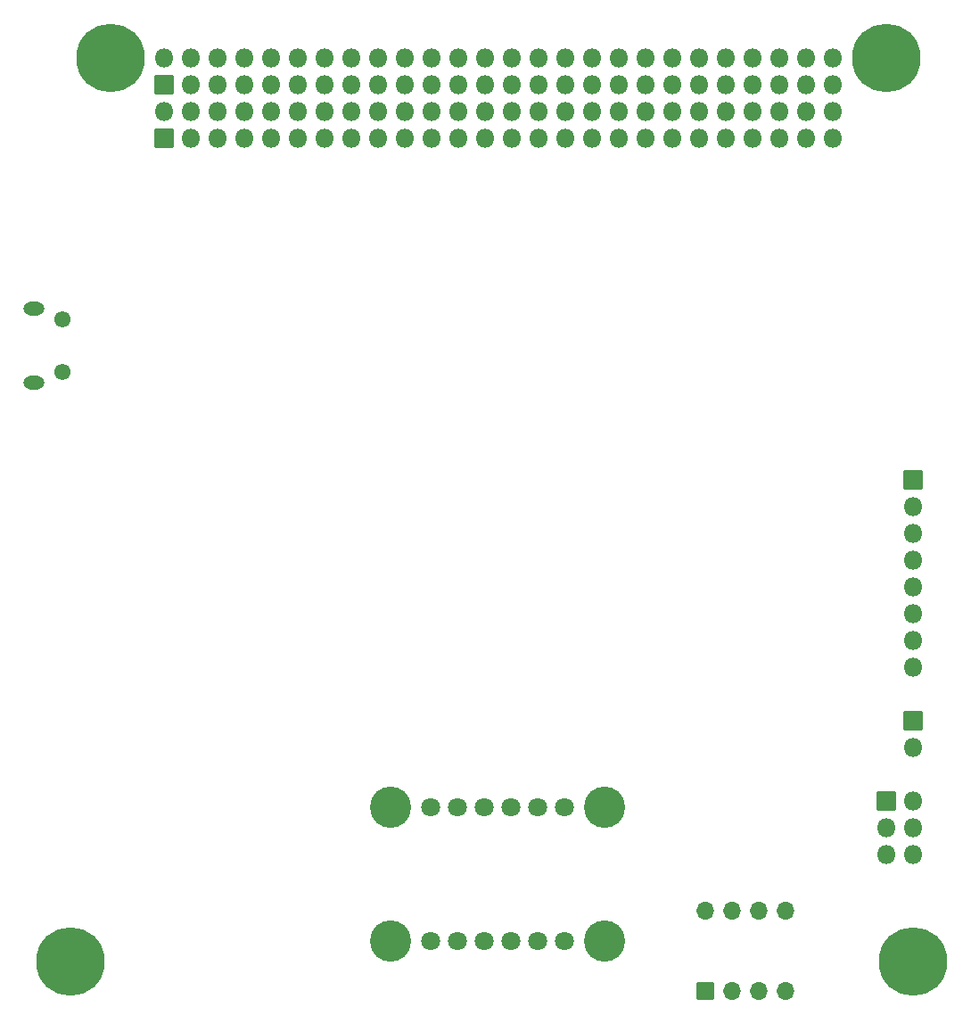
<source format=gbs>
%TF.GenerationSoftware,KiCad,Pcbnew,8.0.1*%
%TF.CreationDate,2024-05-29T09:56:21-04:00*%
%TF.ProjectId,Avionics_Board,4176696f-6e69-4637-935f-426f6172642e,rev?*%
%TF.SameCoordinates,PX40311b0PY93281e8*%
%TF.FileFunction,Soldermask,Bot*%
%TF.FilePolarity,Negative*%
%FSLAX46Y46*%
G04 Gerber Fmt 4.6, Leading zero omitted, Abs format (unit mm)*
G04 Created by KiCad (PCBNEW 8.0.1) date 2024-05-29 09:56:21*
%MOMM*%
%LPD*%
G01*
G04 APERTURE LIST*
G04 Aperture macros list*
%AMRoundRect*
0 Rectangle with rounded corners*
0 $1 Rounding radius*
0 $2 $3 $4 $5 $6 $7 $8 $9 X,Y pos of 4 corners*
0 Add a 4 corners polygon primitive as box body*
4,1,4,$2,$3,$4,$5,$6,$7,$8,$9,$2,$3,0*
0 Add four circle primitives for the rounded corners*
1,1,$1+$1,$2,$3*
1,1,$1+$1,$4,$5*
1,1,$1+$1,$6,$7*
1,1,$1+$1,$8,$9*
0 Add four rect primitives between the rounded corners*
20,1,$1+$1,$2,$3,$4,$5,0*
20,1,$1+$1,$4,$5,$6,$7,0*
20,1,$1+$1,$6,$7,$8,$9,0*
20,1,$1+$1,$8,$9,$2,$3,0*%
G04 Aperture macros list end*
%ADD10C,6.501600*%
%ADD11RoundRect,0.050800X0.850000X-0.850000X0.850000X0.850000X-0.850000X0.850000X-0.850000X-0.850000X0*%
%ADD12O,1.801600X1.801600*%
%ADD13RoundRect,0.050800X-0.850000X-0.850000X0.850000X-0.850000X0.850000X0.850000X-0.850000X0.850000X0*%
%ADD14O,2.001600X1.301600*%
%ADD15C,1.551600*%
%ADD16RoundRect,0.050800X0.800000X-0.800000X0.800000X0.800000X-0.800000X0.800000X-0.800000X-0.800000X0*%
%ADD17O,1.701600X1.701600*%
%ADD18C,1.801600*%
%ADD19C,3.911600*%
G04 APERTURE END LIST*
D10*
%TO.C,H5*%
X80010000Y-5000D03*
%TD*%
D11*
%TO.C,H1*%
X8890000Y78105000D03*
D12*
X8890000Y80645000D03*
X11430000Y78105000D03*
X11430000Y80655000D03*
X13970000Y78105000D03*
X13970000Y80655000D03*
X16510000Y78105000D03*
X16510000Y80655000D03*
X19050000Y78105000D03*
X19050000Y80655000D03*
X21590000Y78105000D03*
X21590000Y80655000D03*
X24130000Y78105000D03*
X24130000Y80655000D03*
X26670000Y78105000D03*
X26670000Y80655000D03*
X29210000Y78105000D03*
X29210000Y80655000D03*
X31750000Y78105000D03*
X31750000Y80655000D03*
X34290000Y78105000D03*
X34290000Y80655000D03*
X36830000Y78105000D03*
X36830000Y80655000D03*
X39370000Y78105000D03*
X39370000Y80655000D03*
X41910000Y78105000D03*
X41910000Y80655000D03*
X44450000Y78105000D03*
X44450000Y80655000D03*
X46990000Y78105000D03*
X46990000Y80655000D03*
X49530000Y78105000D03*
X49530000Y80655000D03*
X52070000Y78105000D03*
X52070000Y80655000D03*
X54610000Y78105000D03*
X54610000Y80655000D03*
X57150000Y78105000D03*
X57150000Y80655000D03*
X59690000Y78105000D03*
X59690000Y80655000D03*
X62230000Y78105000D03*
X62230000Y80655000D03*
X64770000Y78105000D03*
X64770000Y80655000D03*
X67310000Y78105000D03*
X67310000Y80655000D03*
X69850000Y78105000D03*
X69850000Y80655000D03*
X72390000Y78105000D03*
X72390000Y80655000D03*
%TD*%
D10*
%TO.C,H3*%
X3810000Y85725000D03*
%TD*%
D13*
%TO.C,J1*%
X80010000Y45715000D03*
D12*
X80010000Y43175000D03*
X80010000Y40635000D03*
X80010000Y38095000D03*
X80010000Y35555000D03*
X80010000Y33015000D03*
X80010000Y30475000D03*
X80010000Y27935000D03*
%TD*%
D10*
%TO.C,H6*%
X0Y0D03*
%TD*%
D14*
%TO.C,J2*%
X-3530600Y61915000D03*
D15*
X-830600Y60915000D03*
X-830600Y55915000D03*
D14*
X-3530600Y54915000D03*
%TD*%
D13*
%TO.C,J3*%
X80010000Y22855000D03*
D12*
X80010000Y20315000D03*
%TD*%
D10*
%TO.C,H4*%
X77470000Y85725000D03*
%TD*%
D16*
%TO.C,U4*%
X60208000Y-2789000D03*
D17*
X62748000Y-2789000D03*
X65288000Y-2789000D03*
X67828000Y-2789000D03*
X67828000Y4831000D03*
X65288000Y4831000D03*
X62748000Y4831000D03*
X60208000Y4831000D03*
%TD*%
D18*
%TO.C,U2*%
X46831000Y14632000D03*
X44291000Y14632000D03*
X41751000Y14632000D03*
X39211000Y14632000D03*
X36671000Y14632000D03*
X34131000Y14632000D03*
X34131000Y1932000D03*
X36671000Y1932000D03*
X39211000Y1932000D03*
X41751000Y1932000D03*
X44291000Y1932000D03*
X46831000Y1932000D03*
D19*
X30321000Y14632000D03*
X30321000Y1932000D03*
X50641000Y14632000D03*
X50641000Y1932000D03*
%TD*%
D13*
%TO.C,J4*%
X77470000Y15235000D03*
D12*
X80010000Y15235000D03*
X77470000Y12695000D03*
X80010000Y12695000D03*
X77470000Y10155000D03*
X80010000Y10155000D03*
%TD*%
D11*
%TO.C,H2*%
X8890000Y83185000D03*
D12*
X8890000Y85725000D03*
X11430000Y83185000D03*
X11430000Y85735000D03*
X13970000Y83185000D03*
X13970000Y85735000D03*
X16510000Y83185000D03*
X16510000Y85735000D03*
X19050000Y83185000D03*
X19050000Y85735000D03*
X21590000Y83185000D03*
X21590000Y85735000D03*
X24130000Y83185000D03*
X24130000Y85735000D03*
X26670000Y83185000D03*
X26670000Y85735000D03*
X29210000Y83185000D03*
X29210000Y85735000D03*
X31750000Y83185000D03*
X31750000Y85735000D03*
X34290000Y83185000D03*
X34290000Y85735000D03*
X36830000Y83185000D03*
X36830000Y85735000D03*
X39370000Y83185000D03*
X39370000Y85735000D03*
X41910000Y83185000D03*
X41910000Y85735000D03*
X44450000Y83185000D03*
X44450000Y85735000D03*
X46990000Y83185000D03*
X46990000Y85735000D03*
X49530000Y83185000D03*
X49530000Y85735000D03*
X52070000Y83185000D03*
X52070000Y85735000D03*
X54610000Y83185000D03*
X54610000Y85735000D03*
X57150000Y83185000D03*
X57150000Y85735000D03*
X59690000Y83185000D03*
X59690000Y85735000D03*
X62230000Y83185000D03*
X62230000Y85735000D03*
X64770000Y83185000D03*
X64770000Y85735000D03*
X67310000Y83185000D03*
X67310000Y85735000D03*
X69850000Y83185000D03*
X69850000Y85735000D03*
X72390000Y83185000D03*
X72390000Y85735000D03*
%TD*%
M02*

</source>
